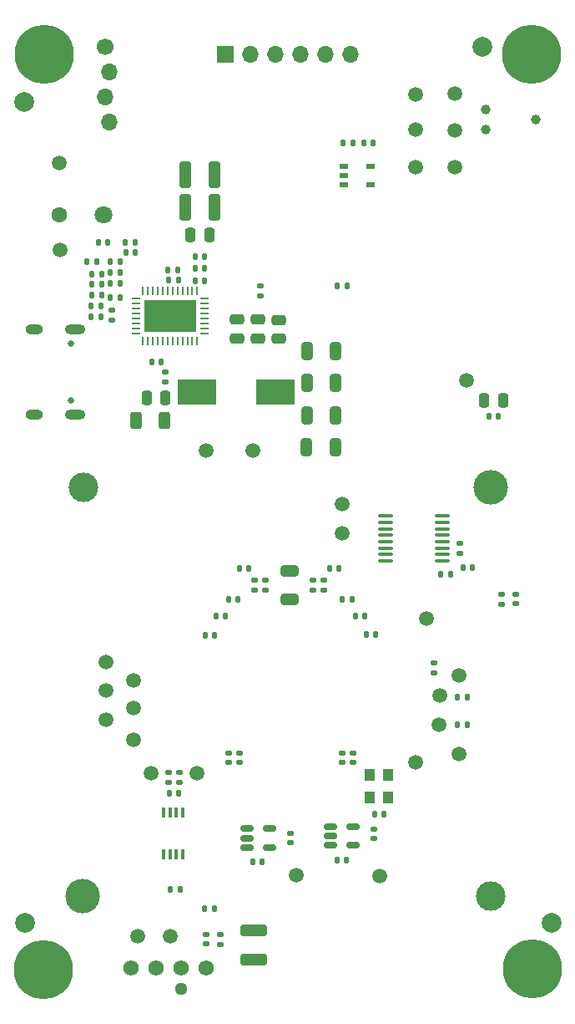
<source format=gbr>
%TF.GenerationSoftware,KiCad,Pcbnew,8.0.1*%
%TF.CreationDate,2024-08-23T16:32:47+08:00*%
%TF.ProjectId,bitaxeGamma,62697461-7865-4476-916d-6d612e6b6963,rev?*%
%TF.SameCoordinates,Original*%
%TF.FileFunction,Soldermask,Top*%
%TF.FilePolarity,Negative*%
%FSLAX46Y46*%
G04 Gerber Fmt 4.6, Leading zero omitted, Abs format (unit mm)*
G04 Created by KiCad (PCBNEW 8.0.1) date 2024-08-23 16:32:47*
%MOMM*%
%LPD*%
G01*
G04 APERTURE LIST*
G04 Aperture macros list*
%AMRoundRect*
0 Rectangle with rounded corners*
0 $1 Rounding radius*
0 $2 $3 $4 $5 $6 $7 $8 $9 X,Y pos of 4 corners*
0 Add a 4 corners polygon primitive as box body*
4,1,4,$2,$3,$4,$5,$6,$7,$8,$9,$2,$3,0*
0 Add four circle primitives for the rounded corners*
1,1,$1+$1,$2,$3*
1,1,$1+$1,$4,$5*
1,1,$1+$1,$6,$7*
1,1,$1+$1,$8,$9*
0 Add four rect primitives between the rounded corners*
20,1,$1+$1,$2,$3,$4,$5,0*
20,1,$1+$1,$4,$5,$6,$7,0*
20,1,$1+$1,$6,$7,$8,$9,0*
20,1,$1+$1,$8,$9,$2,$3,0*%
G04 Aperture macros list end*
%ADD10RoundRect,0.250000X-0.325000X-0.650000X0.325000X-0.650000X0.325000X0.650000X-0.325000X0.650000X0*%
%ADD11RoundRect,0.250000X0.475000X-0.250000X0.475000X0.250000X-0.475000X0.250000X-0.475000X-0.250000X0*%
%ADD12RoundRect,0.135000X0.135000X0.185000X-0.135000X0.185000X-0.135000X-0.185000X0.135000X-0.185000X0*%
%ADD13RoundRect,0.250000X-1.100000X0.325000X-1.100000X-0.325000X1.100000X-0.325000X1.100000X0.325000X0*%
%ADD14C,1.500000*%
%ADD15RoundRect,0.140000X-0.140000X-0.170000X0.140000X-0.170000X0.140000X0.170000X-0.140000X0.170000X0*%
%ADD16C,2.000000*%
%ADD17RoundRect,0.140000X0.140000X0.170000X-0.140000X0.170000X-0.140000X-0.170000X0.140000X-0.170000X0*%
%ADD18RoundRect,0.140000X0.170000X-0.140000X0.170000X0.140000X-0.170000X0.140000X-0.170000X-0.140000X0*%
%ADD19RoundRect,0.140000X-0.170000X0.140000X-0.170000X-0.140000X0.170000X-0.140000X0.170000X0.140000X0*%
%ADD20RoundRect,0.135000X-0.185000X0.135000X-0.185000X-0.135000X0.185000X-0.135000X0.185000X0.135000X0*%
%ADD21C,3.000000*%
%ADD22RoundRect,0.250000X0.312500X0.625000X-0.312500X0.625000X-0.312500X-0.625000X0.312500X-0.625000X0*%
%ADD23RoundRect,0.150000X-0.512500X-0.150000X0.512500X-0.150000X0.512500X0.150000X-0.512500X0.150000X0*%
%ADD24RoundRect,0.135000X-0.135000X-0.185000X0.135000X-0.185000X0.135000X0.185000X-0.135000X0.185000X0*%
%ADD25RoundRect,0.250000X-0.250000X-0.475000X0.250000X-0.475000X0.250000X0.475000X-0.250000X0.475000X0*%
%ADD26RoundRect,0.250000X-0.325000X-1.100000X0.325000X-1.100000X0.325000X1.100000X-0.325000X1.100000X0*%
%ADD27R,1.100000X1.300000*%
%ADD28C,0.800000*%
%ADD29C,6.000000*%
%ADD30RoundRect,0.250000X-0.650000X0.325000X-0.650000X-0.325000X0.650000X-0.325000X0.650000X0.325000X0*%
%ADD31RoundRect,0.135000X0.185000X-0.135000X0.185000X0.135000X-0.185000X0.135000X-0.185000X-0.135000X0*%
%ADD32R,0.400000X1.100000*%
%ADD33R,1.700000X1.700000*%
%ADD34O,1.700000X1.700000*%
%ADD35C,3.500000*%
%ADD36RoundRect,0.100000X-0.637500X-0.100000X0.637500X-0.100000X0.637500X0.100000X-0.637500X0.100000X0*%
%ADD37R,4.000000X2.600000*%
%ADD38RoundRect,0.062500X0.062500X-0.337500X0.062500X0.337500X-0.062500X0.337500X-0.062500X-0.337500X0*%
%ADD39RoundRect,0.062500X0.337500X-0.062500X0.337500X0.062500X-0.337500X0.062500X-0.337500X-0.062500X0*%
%ADD40C,0.400000*%
%ADD41R,5.300000X3.300000*%
%ADD42R,0.952500X0.558800*%
%ADD43C,1.295400*%
%ADD44C,1.574800*%
%ADD45C,1.700000*%
%ADD46C,0.650000*%
%ADD47O,1.800000X1.000000*%
%ADD48O,2.100000X1.000000*%
%ADD49C,0.990600*%
%ADD50C,1.600000*%
%ADD51C,1.800000*%
G04 APERTURE END LIST*
D10*
%TO.C,C20*%
X107435000Y-81120000D03*
X110385000Y-81120000D03*
%TD*%
D11*
%TO.C,C15*%
X100360000Y-79860000D03*
X100360000Y-77960000D03*
%TD*%
D12*
%TO.C,R21*%
X122010000Y-103710000D03*
X120990000Y-103710000D03*
%TD*%
D13*
%TO.C,C51*%
X102045000Y-139815000D03*
X102045000Y-142765000D03*
%TD*%
D14*
%TO.C,TP19*%
X114860000Y-134280000D03*
%TD*%
D15*
%TO.C,C9*%
X96090000Y-72760000D03*
X97050000Y-72760000D03*
%TD*%
D16*
%TO.C,FID2*%
X125270000Y-50310000D03*
%TD*%
%TO.C,FID4*%
X132260000Y-139060000D03*
%TD*%
%TO.C,FID3*%
X78850000Y-139070000D03*
%TD*%
D17*
%TO.C,C41*%
X101570000Y-103154000D03*
X100610000Y-103154000D03*
%TD*%
D14*
%TO.C,TP21*%
X122860000Y-121970000D03*
%TD*%
%TO.C,TP18*%
X120820000Y-119010000D03*
%TD*%
D18*
%TO.C,C42*%
X100655438Y-122810000D03*
X100655438Y-121850000D03*
%TD*%
D14*
%TO.C,TP8*%
X123610000Y-84120000D03*
%TD*%
D19*
%TO.C,C40*%
X108072400Y-104360000D03*
X108072400Y-105320000D03*
%TD*%
D20*
%TO.C,R23*%
X94520000Y-123850000D03*
X94520000Y-124870000D03*
%TD*%
D17*
%TO.C,C46*%
X99161000Y-108024000D03*
X98201000Y-108024000D03*
%TD*%
D21*
%TO.C,H6*%
X84764000Y-94984000D03*
%TD*%
D19*
%TO.C,C39*%
X102110000Y-104360000D03*
X102110000Y-105320000D03*
%TD*%
D22*
%TO.C,R12*%
X93012500Y-88210000D03*
X90087500Y-88210000D03*
%TD*%
D19*
%TO.C,C13*%
X87630000Y-77010000D03*
X87630000Y-77970000D03*
%TD*%
D11*
%TO.C,C14*%
X104580000Y-79880000D03*
X104580000Y-77980000D03*
%TD*%
D23*
%TO.C,U6*%
X101392500Y-129520000D03*
X101392500Y-130470000D03*
X101392500Y-131420000D03*
X103667500Y-131420000D03*
X103667500Y-129520000D03*
%TD*%
D24*
%TO.C,R1*%
X85590000Y-75500000D03*
X86610000Y-75500000D03*
%TD*%
D14*
%TO.C,TP13*%
X110990000Y-96640000D03*
%TD*%
%TO.C,TP37*%
X93610000Y-140380000D03*
%TD*%
%TO.C,TP35*%
X96280000Y-123890000D03*
%TD*%
D12*
%TO.C,R8*%
X90070000Y-70100000D03*
X89050000Y-70100000D03*
%TD*%
%TO.C,R11*%
X94390000Y-72930000D03*
X93370000Y-72930000D03*
%TD*%
D10*
%TO.C,C18*%
X107435000Y-87660000D03*
X110385000Y-87660000D03*
%TD*%
D14*
%TO.C,TP38*%
X90300000Y-140410000D03*
%TD*%
%TO.C,TP33*%
X87080000Y-118492000D03*
%TD*%
%TO.C,TP3*%
X101980000Y-91230000D03*
%TD*%
D25*
%TO.C,C24*%
X125440000Y-86180000D03*
X127340000Y-86180000D03*
%TD*%
D14*
%TO.C,TP9*%
X122440000Y-55090000D03*
%TD*%
D21*
%TO.C,H5*%
X126130000Y-136350000D03*
%TD*%
D11*
%TO.C,C16*%
X102480000Y-79860000D03*
X102480000Y-77960000D03*
%TD*%
D18*
%TO.C,C45*%
X99525438Y-122820000D03*
X99525438Y-121860000D03*
%TD*%
D19*
%TO.C,C10*%
X102750000Y-74560000D03*
X102750000Y-75520000D03*
%TD*%
D24*
%TO.C,R2*%
X85110000Y-72100000D03*
X86130000Y-72100000D03*
%TD*%
D18*
%TO.C,C35*%
X112140000Y-122790000D03*
X112140000Y-121830000D03*
%TD*%
D26*
%TO.C,C4*%
X95125000Y-66550000D03*
X98075000Y-66550000D03*
%TD*%
D15*
%TO.C,C6*%
X96090000Y-74000000D03*
X97050000Y-74000000D03*
%TD*%
%TO.C,C25*%
X125910000Y-87790000D03*
X126870000Y-87790000D03*
%TD*%
D27*
%TO.C,U7*%
X115680000Y-126370000D03*
X115680000Y-124070000D03*
X113780000Y-124070000D03*
X113780000Y-126370000D03*
%TD*%
D15*
%TO.C,C27*%
X101940000Y-132840000D03*
X102900000Y-132840000D03*
%TD*%
D28*
%TO.C,H1*%
X127985010Y-51120990D03*
X128644020Y-49530000D03*
X128644020Y-52711980D03*
X130235010Y-48870990D03*
D29*
X130235010Y-51120990D03*
D28*
X130235010Y-53370990D03*
X131826000Y-49530000D03*
X131826000Y-52711980D03*
X132485010Y-51120990D03*
%TD*%
D14*
%TO.C,TP4*%
X97220000Y-91210000D03*
%TD*%
D12*
%TO.C,R7*%
X88520000Y-74320000D03*
X87500000Y-74320000D03*
%TD*%
D14*
%TO.C,TP11*%
X118480000Y-58690000D03*
%TD*%
D17*
%TO.C,C29*%
X115270000Y-128010000D03*
X114310000Y-128010000D03*
%TD*%
D16*
%TO.C,FID1*%
X78750000Y-55900000D03*
%TD*%
D19*
%TO.C,C12*%
X93100000Y-83280000D03*
X93100000Y-84240000D03*
%TD*%
D14*
%TO.C,TP14*%
X110990000Y-99610000D03*
%TD*%
D12*
%TO.C,R19*%
X123720000Y-118980000D03*
X122700000Y-118980000D03*
%TD*%
D14*
%TO.C,TP5*%
X118460000Y-62540000D03*
%TD*%
%TO.C,TP36*%
X91650000Y-123880000D03*
%TD*%
D30*
%TO.C,C43*%
X105670000Y-103375000D03*
X105670000Y-106325000D03*
%TD*%
D14*
%TO.C,TP15*%
X119550000Y-108280000D03*
%TD*%
%TO.C,TP22*%
X118520000Y-122760000D03*
%TD*%
D31*
%TO.C,R25*%
X98640000Y-141260000D03*
X98640000Y-140240000D03*
%TD*%
D19*
%TO.C,C22*%
X128670000Y-105770000D03*
X128670000Y-106730000D03*
%TD*%
D32*
%TO.C,U10*%
X94870000Y-127840000D03*
X94220000Y-127840000D03*
X93570000Y-127840000D03*
X92920000Y-127840000D03*
X92920000Y-132140000D03*
X93570000Y-132140000D03*
X94220000Y-132140000D03*
X94870000Y-132140000D03*
%TD*%
D17*
%TO.C,C8*%
X90040000Y-71130000D03*
X89080000Y-71130000D03*
%TD*%
D24*
%TO.C,R5*%
X87490000Y-75720000D03*
X88510000Y-75720000D03*
%TD*%
D12*
%TO.C,R6*%
X88510000Y-72100000D03*
X87490000Y-72100000D03*
%TD*%
D14*
%TO.C,TP29*%
X87080000Y-112616000D03*
%TD*%
D23*
%TO.C,U5*%
X109843500Y-129279000D03*
X109843500Y-130229000D03*
X109843500Y-131179000D03*
X112118500Y-131179000D03*
X112118500Y-129279000D03*
%TD*%
D28*
%TO.C,H3*%
X128052000Y-143728000D03*
X128711010Y-142137010D03*
X128711010Y-145318990D03*
X130302000Y-141478000D03*
D29*
X130302000Y-143728000D03*
D28*
X130302000Y-145978000D03*
X131892990Y-142137010D03*
X131892990Y-145318990D03*
X132552000Y-143728000D03*
%TD*%
D19*
%TO.C,C49*%
X122930000Y-100640000D03*
X122930000Y-101600000D03*
%TD*%
D14*
%TO.C,TP2*%
X82310000Y-62100000D03*
%TD*%
D12*
%TO.C,R9*%
X94400000Y-73990000D03*
X93380000Y-73990000D03*
%TD*%
D19*
%TO.C,C38*%
X103240000Y-104360000D03*
X103240000Y-105320000D03*
%TD*%
D17*
%TO.C,C23*%
X114200000Y-60030000D03*
X113240000Y-60030000D03*
%TD*%
D14*
%TO.C,TP6*%
X122430000Y-62540000D03*
%TD*%
D10*
%TO.C,C19*%
X107435000Y-84400000D03*
X110385000Y-84400000D03*
%TD*%
D24*
%TO.C,R4*%
X85590000Y-73360000D03*
X86610000Y-73360000D03*
%TD*%
D20*
%TO.C,R17*%
X120380000Y-112750000D03*
X120380000Y-113770000D03*
%TD*%
D15*
%TO.C,C7*%
X96110000Y-71540000D03*
X97070000Y-71540000D03*
%TD*%
D33*
%TO.C,J4*%
X99171505Y-51054000D03*
D34*
X101711505Y-51054000D03*
X104251505Y-51054000D03*
X106791505Y-51054000D03*
X109331505Y-51054000D03*
X111871505Y-51054000D03*
%TD*%
D14*
%TO.C,TP16*%
X122860000Y-113980000D03*
%TD*%
%TO.C,TP34*%
X89860000Y-120480000D03*
%TD*%
D28*
%TO.C,H4*%
X78455010Y-143830990D03*
X79114020Y-142240000D03*
X79114020Y-145421980D03*
X80705010Y-141580990D03*
D29*
X80705010Y-143830990D03*
D28*
X80705010Y-146080990D03*
X82296000Y-142240000D03*
X82296000Y-145421980D03*
X82955010Y-143830990D03*
%TD*%
D14*
%TO.C,TP1*%
X82390000Y-70940000D03*
%TD*%
D12*
%TO.C,R13*%
X86600000Y-77640000D03*
X85580000Y-77640000D03*
%TD*%
D19*
%TO.C,C53*%
X97200000Y-140250000D03*
X97200000Y-141210000D03*
%TD*%
D35*
%TO.C,H8*%
X84710000Y-136360000D03*
%TD*%
D17*
%TO.C,C48*%
X98090000Y-109925000D03*
X97130000Y-109925000D03*
%TD*%
%TO.C,C28*%
X114410000Y-109860000D03*
X113450000Y-109860000D03*
%TD*%
D36*
%TO.C,U9*%
X115427500Y-97855000D03*
X115427500Y-98505000D03*
X115427500Y-99155000D03*
X115427500Y-99805000D03*
X115427500Y-100455000D03*
X115427500Y-101105000D03*
X115427500Y-101755000D03*
X115427500Y-102405000D03*
X121152500Y-102405000D03*
X121152500Y-101755000D03*
X121152500Y-101105000D03*
X121152500Y-100455000D03*
X121152500Y-99805000D03*
X121152500Y-99155000D03*
X121152500Y-98505000D03*
X121152500Y-97855000D03*
%TD*%
D24*
%TO.C,R24*%
X93560000Y-135710000D03*
X94580000Y-135710000D03*
%TD*%
D15*
%TO.C,C5*%
X86310000Y-70110000D03*
X87270000Y-70110000D03*
%TD*%
D17*
%TO.C,C34*%
X112010000Y-106266000D03*
X111050000Y-106266000D03*
%TD*%
D31*
%TO.C,R22*%
X93380000Y-124870000D03*
X93380000Y-123850000D03*
%TD*%
D37*
%TO.C,L1*%
X96295000Y-85255000D03*
X104245000Y-85255000D03*
%TD*%
D10*
%TO.C,C17*%
X107415000Y-90910000D03*
X110365000Y-90910000D03*
%TD*%
D15*
%TO.C,C26*%
X110481000Y-132739000D03*
X111441000Y-132739000D03*
%TD*%
D17*
%TO.C,C47*%
X124270000Y-103110000D03*
X123310000Y-103110000D03*
%TD*%
D18*
%TO.C,C33*%
X111000000Y-122790000D03*
X111000000Y-121830000D03*
%TD*%
D28*
%TO.C,H2*%
X78558000Y-51054000D03*
X79217010Y-49463010D03*
X79217010Y-52644990D03*
X80808000Y-48804000D03*
D29*
X80808000Y-51054000D03*
D28*
X80808000Y-53304000D03*
X82398990Y-49463010D03*
X82398990Y-52644990D03*
X83058000Y-51054000D03*
%TD*%
D19*
%TO.C,C37*%
X109190000Y-104360000D03*
X109190000Y-105320000D03*
%TD*%
D17*
%TO.C,C1*%
X92650000Y-82220000D03*
X91690000Y-82220000D03*
%TD*%
D12*
%TO.C,R18*%
X123720000Y-116220000D03*
X122700000Y-116220000D03*
%TD*%
D17*
%TO.C,C36*%
X110695000Y-103146000D03*
X109735000Y-103146000D03*
%TD*%
D14*
%TO.C,TP20*%
X106360000Y-134230000D03*
%TD*%
D35*
%TO.C,H7*%
X126060000Y-94910000D03*
%TD*%
D14*
%TO.C,TP17*%
X120900000Y-116060000D03*
%TD*%
%TO.C,TP30*%
X89890000Y-114520000D03*
%TD*%
D24*
%TO.C,R15*%
X110480000Y-74510000D03*
X111500000Y-74510000D03*
%TD*%
D38*
%TO.C,U2*%
X90830000Y-80090000D03*
X91330000Y-80090000D03*
X91830000Y-80090000D03*
X92330000Y-80090000D03*
X92830000Y-80090000D03*
X93330000Y-80090000D03*
X93830000Y-80090000D03*
X94330000Y-80090000D03*
X94830000Y-80090000D03*
X95330000Y-80090000D03*
X95830000Y-80090000D03*
X96330000Y-80090000D03*
D39*
X97080000Y-79340000D03*
X97080000Y-78840000D03*
X97080000Y-78340000D03*
X97080000Y-77840000D03*
X97080000Y-77340000D03*
X97080000Y-76840000D03*
X97080000Y-76340000D03*
X97080000Y-75840000D03*
D38*
X96330000Y-75090000D03*
X95830000Y-75090000D03*
X95330000Y-75090000D03*
X94830000Y-75090000D03*
X94330000Y-75090000D03*
X93830000Y-75090000D03*
X93330000Y-75090000D03*
X92830000Y-75090000D03*
X92330000Y-75090000D03*
X91830000Y-75090000D03*
X91330000Y-75090000D03*
X90830000Y-75090000D03*
D39*
X90080000Y-75840000D03*
X90080000Y-76340000D03*
X90080000Y-76840000D03*
X90080000Y-77340000D03*
X90080000Y-77840000D03*
X90080000Y-78340000D03*
X90080000Y-78840000D03*
X90080000Y-79340000D03*
D40*
X92180000Y-78870000D03*
X93580000Y-78870000D03*
X94980000Y-78870000D03*
X91180000Y-77590000D03*
X92180000Y-77590000D03*
X93580000Y-77590000D03*
D41*
X93580000Y-77590000D03*
D40*
X94980000Y-77590000D03*
X95980000Y-77590000D03*
X92180000Y-76310000D03*
X93580000Y-76310000D03*
X94980000Y-76310000D03*
%TD*%
D26*
%TO.C,C3*%
X95125000Y-63300000D03*
X98075000Y-63300000D03*
%TD*%
D24*
%TO.C,R3*%
X85590000Y-74330000D03*
X86610000Y-74330000D03*
%TD*%
D17*
%TO.C,C50*%
X94440000Y-125940000D03*
X93480000Y-125940000D03*
%TD*%
D12*
%TO.C,R10*%
X88520000Y-73170000D03*
X87500000Y-73170000D03*
%TD*%
D17*
%TO.C,C32*%
X113310000Y-108026000D03*
X112350000Y-108026000D03*
%TD*%
D31*
%TO.C,R16*%
X127240000Y-106770000D03*
X127240000Y-105750000D03*
%TD*%
D17*
%TO.C,C52*%
X98040000Y-137640000D03*
X97080000Y-137640000D03*
%TD*%
D25*
%TO.C,C11*%
X91190000Y-85860000D03*
X93090000Y-85860000D03*
%TD*%
D15*
%TO.C,C21*%
X111140000Y-60030000D03*
X112100000Y-60030000D03*
%TD*%
D14*
%TO.C,TP31*%
X87080000Y-115554000D03*
%TD*%
%TO.C,TP7*%
X122420000Y-58830000D03*
%TD*%
%TO.C,TP32*%
X89890000Y-117310000D03*
%TD*%
D24*
%TO.C,R14*%
X85580000Y-76570000D03*
X86600000Y-76570000D03*
%TD*%
D19*
%TO.C,C30*%
X114240000Y-129540000D03*
X114240000Y-130500000D03*
%TD*%
D25*
%TO.C,C2*%
X95650000Y-69350000D03*
X97550000Y-69350000D03*
%TD*%
D17*
%TO.C,C44*%
X100441000Y-106284000D03*
X99481000Y-106284000D03*
%TD*%
D42*
%TO.C,U3*%
X111185050Y-62440200D03*
X111185050Y-63380000D03*
X111185050Y-64319800D03*
X113940950Y-64319800D03*
X113940950Y-62440200D03*
%TD*%
D14*
%TO.C,TP10*%
X118480000Y-55140000D03*
%TD*%
D19*
%TO.C,C31*%
X105750000Y-129990000D03*
X105750000Y-130950000D03*
%TD*%
D43*
%TO.C,J6*%
X94701000Y-145782001D03*
D44*
X89621000Y-143622000D03*
X92161000Y-143622000D03*
X94701000Y-143622000D03*
X97241000Y-143622000D03*
%TD*%
D45*
%TO.C,J3*%
X87005000Y-50292000D03*
D34*
X87405000Y-52832000D03*
X87005000Y-55372000D03*
X87405000Y-57912000D03*
%TD*%
D46*
%TO.C,J5*%
X83470000Y-86150000D03*
X83470000Y-80370000D03*
D47*
X79790000Y-87580000D03*
D48*
X83970000Y-87580000D03*
D47*
X79790000Y-78940000D03*
D48*
X83970000Y-78940000D03*
%TD*%
D49*
%TO.C,J2*%
X130670000Y-57730000D03*
X125590000Y-58746000D03*
X125590000Y-56714000D03*
%TD*%
D50*
%TO.C,J1*%
X82330000Y-67360000D03*
D51*
X86830000Y-67360000D03*
%TD*%
M02*

</source>
